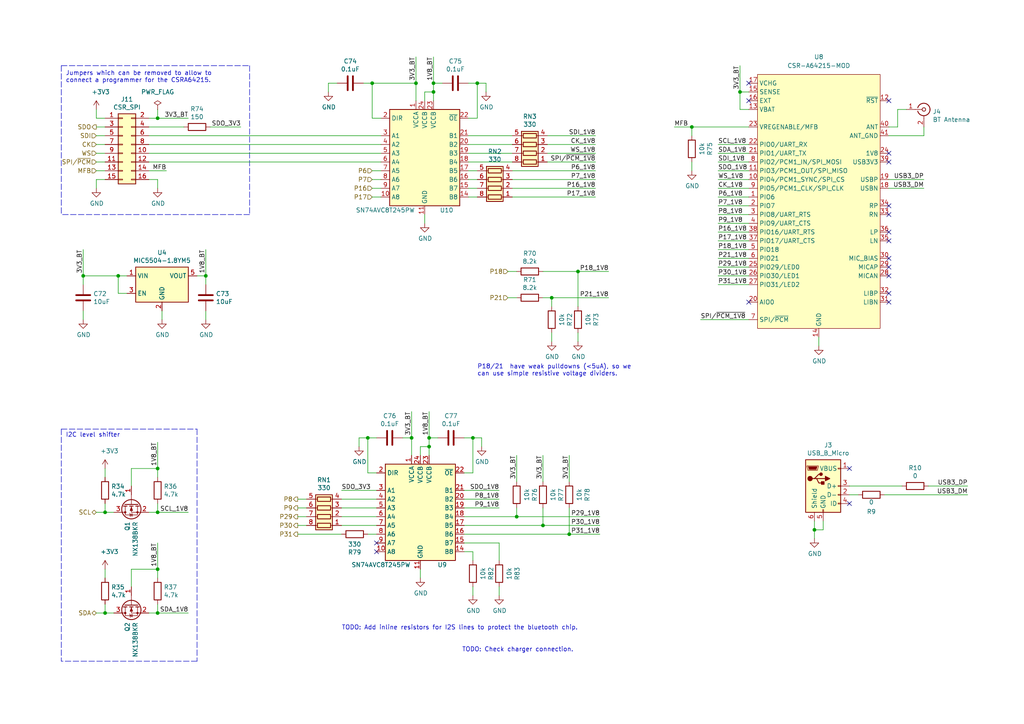
<source format=kicad_sch>
(kicad_sch (version 20201015) (generator eeschema)
  (paper "A4")
  (lib_symbols
    (symbol "Connector:Conn_Coaxial" (pin_names (offset 1.016) hide)
      (property "Reference" "J" (at 0.254 3.048 0))
      (property "Value" "Conn_Coaxial" (at 2.921 0 90))
      (symbol "Conn_Coaxial_0_1"
        (arc (start -1.778 0.508) (end 1.778 0) (radius (at -0.0508 0) (length 1.8034) (angles 163.6 0)) (stroke (width 0.254)))
        (arc (start 1.778 0) (end -1.778 -0.508) (radius (at -0.0254 0) (length 1.8034) (angles 0 -163.8)) (stroke (width 0.254)))
        (circle (center 0 0) (radius 0.508) (stroke (width 0.2032)))
        (polyline (pts (xy -2.54 0) (xy -0.508 0)))
        (polyline (pts (xy 0 -2.54) (xy 0 -1.778)))
      )
      (symbol "Conn_Coaxial_1_1"
        (pin passive line (at -5.08 0 0) (length 2.54) (name "In") (number "1"))
        (pin passive line (at 0 -5.08 90) (length 2.54) (name "Ext") (number "2"))
      )
    )
    (symbol "Connector:USB_B_Micro" (pin_names (offset 1.016))
      (property "Reference" "J" (at -5.08 11.43 0))
      (property "Value" "USB_B_Micro" (at -5.08 8.89 0))
      (symbol "USB_B_Micro_0_1"
        (circle (center -3.81 2.159) (radius 0.635) (stroke (width 0.254)) (fill (type outline)))
        (circle (center -0.635 3.429) (radius 0.381) (stroke (width 0.254)) (fill (type outline)))
        (rectangle (start -5.08 -7.62) (end 5.08 7.62) (stroke (width 0.254)) (fill (type background)))
        (rectangle (start -0.127 -7.62) (end 0.127 -6.858))
        (rectangle (start 0.254 1.27) (end -0.508 0.508) (stroke (width 0.254)) (fill (type outline)))
        (rectangle (start 5.08 -5.207) (end 4.318 -4.953))
        (rectangle (start 5.08 -2.667) (end 4.318 -2.413))
        (rectangle (start 5.08 -0.127) (end 4.318 0.127))
        (rectangle (start 5.08 4.953) (end 4.318 5.207))
        (polyline (pts (xy -1.905 2.159) (xy 0.635 2.159)) (stroke (width 0.254)))
        (polyline (pts (xy -3.175 2.159) (xy -2.54 2.159) (xy -1.27 3.429) (xy -0.635 3.429)) (stroke (width 0.254)))
        (polyline (pts (xy -2.54 2.159) (xy -1.905 2.159) (xy -1.27 0.889) (xy 0 0.889)) (stroke (width 0.254)))
        (polyline (pts (xy 0.635 2.794) (xy 0.635 1.524) (xy 1.905 2.159) (xy 0.635 2.794)) (stroke (width 0.254)) (fill (type outline)))
        (polyline (pts (xy -4.318 5.588) (xy -1.778 5.588) (xy -2.032 4.826) (xy -4.064 4.826) (xy -4.318 5.588)) (fill (type outline)))
        (polyline (pts (xy -4.699 5.842) (xy -4.699 5.588) (xy -4.445 4.826) (xy -4.445 4.572) (xy -1.651 4.572) (xy -1.651 4.826) (xy -1.397 5.588) (xy -1.397 5.842) (xy -4.699 5.842)))
      )
      (symbol "USB_B_Micro_1_1"
        (pin power_out line (at 7.62 5.08 180) (length 2.54) (name "VBUS") (number "1"))
        (pin bidirectional line (at 7.62 -2.54 180) (length 2.54) (name "D-") (number "2"))
        (pin bidirectional line (at 7.62 0 180) (length 2.54) (name "D+") (number "3"))
        (pin passive line (at 7.62 -5.08 180) (length 2.54) (name "ID") (number "4"))
        (pin power_out line (at 0 -10.16 90) (length 2.54) (name "GND") (number "5"))
        (pin passive line (at -2.54 -10.16 90) (length 2.54) (name "Shield") (number "6"))
      )
    )
    (symbol "Connector_Generic:Conn_02x08_Odd_Even" (pin_names (offset 1.016) hide)
      (property "Reference" "J" (at 1.27 10.16 0))
      (property "Value" "Conn_02x08_Odd_Even" (at 1.27 -12.7 0))
      (symbol "Conn_02x08_Odd_Even_1_1"
        (rectangle (start -1.27 -4.953) (end 0 -5.207) (stroke (width 0.1524)))
        (rectangle (start -1.27 -7.493) (end 0 -7.747) (stroke (width 0.1524)))
        (rectangle (start -1.27 -10.033) (end 0 -10.287) (stroke (width 0.1524)))
        (rectangle (start -1.27 -2.413) (end 0 -2.667) (stroke (width 0.1524)))
        (rectangle (start -1.27 2.667) (end 0 2.413) (stroke (width 0.1524)))
        (rectangle (start -1.27 5.207) (end 0 4.953) (stroke (width 0.1524)))
        (rectangle (start -1.27 7.747) (end 0 7.493) (stroke (width 0.1524)))
        (rectangle (start -1.27 8.89) (end 3.81 -11.43) (stroke (width 0.254)) (fill (type background)))
        (rectangle (start -1.27 0.127) (end 0 -0.127) (stroke (width 0.1524)))
        (rectangle (start 3.81 -4.953) (end 2.54 -5.207) (stroke (width 0.1524)))
        (rectangle (start 3.81 -7.493) (end 2.54 -7.747) (stroke (width 0.1524)))
        (rectangle (start 3.81 -10.033) (end 2.54 -10.287) (stroke (width 0.1524)))
        (rectangle (start 3.81 -2.413) (end 2.54 -2.667) (stroke (width 0.1524)))
        (rectangle (start 3.81 2.667) (end 2.54 2.413) (stroke (width 0.1524)))
        (rectangle (start 3.81 5.207) (end 2.54 4.953) (stroke (width 0.1524)))
        (rectangle (start 3.81 7.747) (end 2.54 7.493) (stroke (width 0.1524)))
        (rectangle (start 3.81 0.127) (end 2.54 -0.127) (stroke (width 0.1524)))
        (pin passive line (at -5.08 7.62 0) (length 3.81) (name "Pin_1") (number "1"))
        (pin passive line (at 7.62 -2.54 180) (length 3.81) (name "Pin_10") (number "10"))
        (pin passive line (at -5.08 -5.08 0) (length 3.81) (name "Pin_11") (number "11"))
        (pin passive line (at 7.62 -5.08 180) (length 3.81) (name "Pin_12") (number "12"))
        (pin passive line (at -5.08 -7.62 0) (length 3.81) (name "Pin_13") (number "13"))
        (pin passive line (at 7.62 -7.62 180) (length 3.81) (name "Pin_14") (number "14"))
        (pin passive line (at -5.08 -10.16 0) (length 3.81) (name "Pin_15") (number "15"))
        (pin passive line (at 7.62 -10.16 180) (length 3.81) (name "Pin_16") (number "16"))
        (pin passive line (at 7.62 7.62 180) (length 3.81) (name "Pin_2") (number "2"))
        (pin passive line (at -5.08 5.08 0) (length 3.81) (name "Pin_3") (number "3"))
        (pin passive line (at 7.62 5.08 180) (length 3.81) (name "Pin_4") (number "4"))
        (pin passive line (at -5.08 2.54 0) (length 3.81) (name "Pin_5") (number "5"))
        (pin passive line (at 7.62 2.54 180) (length 3.81) (name "Pin_6") (number "6"))
        (pin passive line (at -5.08 0 0) (length 3.81) (name "Pin_7") (number "7"))
        (pin passive line (at 7.62 0 180) (length 3.81) (name "Pin_8") (number "8"))
        (pin passive line (at -5.08 -2.54 0) (length 3.81) (name "Pin_9") (number "9"))
      )
    )
    (symbol "Device:C" (pin_numbers hide) (pin_names (offset 0.254))
      (property "Reference" "C" (at 0.635 2.54 0))
      (property "Value" "C" (at 0.635 -2.54 0))
      (symbol "C_0_1"
        (polyline (pts (xy -2.032 -0.762) (xy 2.032 -0.762)) (stroke (width 0.508)))
        (polyline (pts (xy -2.032 0.762) (xy 2.032 0.762)) (stroke (width 0.508)))
      )
      (symbol "C_1_1"
        (pin passive line (at 0 3.81 270) (length 2.794) (name "~") (number "1"))
        (pin passive line (at 0 -3.81 90) (length 2.794) (name "~") (number "2"))
      )
    )
    (symbol "Device:R" (pin_numbers hide) (pin_names (offset 0))
      (property "Reference" "R" (at 2.032 0 90))
      (property "Value" "R" (at 0 0 90))
      (symbol "R_0_1"
        (rectangle (start -1.016 -2.54) (end 1.016 2.54) (stroke (width 0.254)))
      )
      (symbol "R_1_1"
        (pin passive line (at 0 3.81 270) (length 1.27) (name "~") (number "1"))
        (pin passive line (at 0 -3.81 90) (length 1.27) (name "~") (number "2"))
      )
    )
    (symbol "Device:R_Pack04" (pin_names (offset 0) hide)
      (property "Reference" "RN" (at -7.62 0 90))
      (property "Value" "R_Pack04" (at 5.08 0 90))
      (symbol "R_Pack04_0_1"
        (rectangle (start -6.35 -2.413) (end 3.81 2.413) (stroke (width 0.254)) (fill (type background)))
        (rectangle (start -5.715 1.905) (end -4.445 -1.905) (stroke (width 0.254)))
        (rectangle (start -3.175 1.905) (end -1.905 -1.905) (stroke (width 0.254)))
        (rectangle (start -0.635 1.905) (end 0.635 -1.905) (stroke (width 0.254)))
        (rectangle (start 1.905 1.905) (end 3.175 -1.905) (stroke (width 0.254)))
        (polyline (pts (xy -5.08 -2.54) (xy -5.08 -1.905)))
        (polyline (pts (xy -5.08 1.905) (xy -5.08 2.54)))
        (polyline (pts (xy -2.54 -2.54) (xy -2.54 -1.905)))
        (polyline (pts (xy -2.54 1.905) (xy -2.54 2.54)))
        (polyline (pts (xy 0 -2.54) (xy 0 -1.905)))
        (polyline (pts (xy 0 1.905) (xy 0 2.54)))
        (polyline (pts (xy 2.54 -2.54) (xy 2.54 -1.905)))
        (polyline (pts (xy 2.54 1.905) (xy 2.54 2.54)))
      )
      (symbol "R_Pack04_1_1"
        (pin passive line (at -5.08 -5.08 90) (length 2.54) (name "R1.1") (number "1"))
        (pin passive line (at -2.54 -5.08 90) (length 2.54) (name "R2.1") (number "2"))
        (pin passive line (at 0 -5.08 90) (length 2.54) (name "R3.1") (number "3"))
        (pin passive line (at 2.54 -5.08 90) (length 2.54) (name "R4.1") (number "4"))
        (pin passive line (at 2.54 5.08 270) (length 2.54) (name "R4.2") (number "5"))
        (pin passive line (at 0 5.08 270) (length 2.54) (name "R3.2") (number "6"))
        (pin passive line (at -2.54 5.08 270) (length 2.54) (name "R2.2") (number "7"))
        (pin passive line (at -5.08 5.08 270) (length 2.54) (name "R1.2") (number "8"))
      )
    )
    (symbol "HackAmp-Symbols:CSR-A64215-MOD"
      (property "Reference" "U" (at -15.24 39.37 0))
      (property "Value" "CSR-A64215-MOD" (at 8.89 39.37 0))
      (symbol "CSR-A64215-MOD_0_1"
        (rectangle (start -17.78 38.1) (end 17.78 -35.56) (fill (type background)))
      )
      (symbol "CSR-A64215-MOD_1_1"
        (pin bidirectional line (at -20.32 2.54 0) (length 2.54) (name "PIO6") (number "1"))
        (pin bidirectional line (at -20.32 0 0) (length 2.54) (name "PIO7") (number "2"))
        (pin bidirectional line (at -20.32 -2.54 0) (length 2.54) (name "PIO8/UART_RTS") (number "3"))
        (pin bidirectional line (at -20.32 -5.08 0) (length 2.54) (name "PIO9/UART_CTS") (number "4"))
        (pin bidirectional line (at -20.32 -12.7 0) (length 2.54) (name "PIO18") (number "5"))
        (pin bidirectional line (at -20.32 -15.24 0) (length 2.54) (name "PIO21") (number "6"))
        (pin input line (at -20.32 -33.02 0) (length 2.54) (name "SPI/~PCM") (number "7"))
        (pin bidirectional line (at -20.32 12.7 0) (length 2.54) (name "PIO2/PCM1_IN/SPI_MOSI") (number "8"))
        (pin bidirectional line (at -20.32 5.08 0) (length 2.54) (name "PIO5/PCM1_CLK/SPI_CLK") (number "9"))
        (pin bidirectional line (at -20.32 7.62 0) (length 2.54) (name "PIO4/PCM1_SYNC/SPI_CS") (number "10"))
        (pin bidirectional line (at -20.32 10.16 0) (length 2.54) (name "PIO3/PCM1_OUT/SPI_MISO") (number "11"))
        (pin input line (at 20.32 30.48 180) (length 2.54) (name "~RST") (number "12"))
        (pin power_in line (at -20.32 27.94 0) (length 2.54) (name "VBAT") (number "13"))
        (pin power_in line (at 0 -38.1 90) (length 2.54) (name "GND") (number "14"))
        (pin bidirectional line (at 20.32 5.08 180) (length 2.54) (name "USBN") (number "18"))
        (pin bidirectional line (at -20.32 22.86 0) (length 2.54) (name "VREGENABLE/MFB") (number "23"))
        (pin power_out line (at 20.32 15.24 180) (length 2.54) (name "1V8") (number "24"))
        (pin output line (at -20.32 -17.78 0) (length 2.54) (name "PIO29/LED0") (number "25"))
        (pin output line (at -20.32 -20.32 0) (length 2.54) (name "PIO30/LED1") (number "26"))
        (pin output line (at -20.32 -22.86 0) (length 2.54) (name "PIO31/LED2") (number "27"))
        (pin bidirectional line (at 20.32 -20.32 180) (length 2.54) (name "MICAN") (number "28"))
        (pin bidirectional line (at 20.32 -17.78 180) (length 2.54) (name "MICAP") (number "29"))
        (pin bidirectional line (at 20.32 -15.24 180) (length 2.54) (name "MIC_BIAS") (number "30"))
        (pin bidirectional line (at 20.32 -27.94 180) (length 2.54) (name "LIBN") (number "31"))
        (pin bidirectional line (at 20.32 -25.4 180) (length 2.54) (name "LIBP") (number "32"))
        (pin bidirectional line (at 20.32 -2.54 180) (length 2.54) (name "RN") (number "33"))
        (pin bidirectional line (at 20.32 0 180) (length 2.54) (name "RP") (number "34"))
        (pin bidirectional line (at 20.32 -10.16 180) (length 2.54) (name "LN") (number "35"))
        (pin bidirectional line (at 20.32 -7.62 180) (length 2.54) (name "LP") (number "36"))
        (pin bidirectional line (at -20.32 -10.16 0) (length 2.54) (name "PIO17/UART_CTS") (number "37"))
        (pin bidirectional line (at -20.32 -7.62 0) (length 2.54) (name "PIO16/UART_RTS") (number "38"))
        (pin power_out line (at 20.32 12.7 180) (length 2.54) (name "USB3V3") (number "39"))
        (pin passive line (at 20.32 22.86 180) (length 2.54) (name "ANT") (number "40"))
        (pin passive line (at 20.32 20.32 180) (length 2.54) (name "ANT_GND") (number "41"))
        (pin power_in line (at -20.32 35.56 0) (length 2.54) (name "VCHG") (number "17"))
        (pin output line (at -20.32 30.48 0) (length 2.54) (name "EXT") (number "16"))
        (pin input line (at -20.32 33.02 0) (length 2.54) (name "SENSE") (number "15"))
        (pin bidirectional line (at 20.32 7.62 180) (length 2.54) (name "USBP") (number "19"))
        (pin power_in line (at -20.32 -27.94 0) (length 2.54) (name "AIO0") (number "20"))
        (pin bidirectional line (at -20.32 15.24 0) (length 2.54) (name "PIO1/UART_TX") (number "21"))
        (pin bidirectional line (at -20.32 17.78 0) (length 2.54) (name "PIO0/UART_RX") (number "22"))
      )
    )
    (symbol "Logic_LevelTranslator:SN74AVC8T245PW"
      (property "Reference" "U" (at -8.89 13.97 0))
      (property "Value" "SN74AVC8T245PW" (at 12.7 13.97 0))
      (symbol "SN74AVC8T245PW_0_1"
        (rectangle (start -10.16 12.7) (end 10.16 -15.24) (stroke (width 0.254)) (fill (type background)))
      )
      (symbol "SN74AVC8T245PW_1_1"
        (pin power_in line (at -2.54 15.24 270) (length 2.54) (name "VCCA") (number "1"))
        (pin bidirectional line (at -12.7 -12.7 0) (length 2.54) (name "A8") (number "10"))
        (pin power_in line (at 0 -17.78 90) (length 2.54) (name "GND") (number "11"))
        (pin passive line (at 0 -17.78 90) (length 2.54) hide (name "GND") (number "12"))
        (pin passive line (at 0 -17.78 90) (length 2.54) hide (name "GND") (number "13"))
        (pin bidirectional line (at 12.7 -12.7 180) (length 2.54) (name "B8") (number "14"))
        (pin bidirectional line (at 12.7 -10.16 180) (length 2.54) (name "B7") (number "15"))
        (pin bidirectional line (at 12.7 -7.62 180) (length 2.54) (name "B6") (number "16"))
        (pin bidirectional line (at 12.7 -5.08 180) (length 2.54) (name "B5") (number "17"))
        (pin bidirectional line (at 12.7 -2.54 180) (length 2.54) (name "B4") (number "18"))
        (pin bidirectional line (at 12.7 0 180) (length 2.54) (name "B3") (number "19"))
        (pin input line (at -12.7 10.16 0) (length 2.54) (name "DIR") (number "2"))
        (pin bidirectional line (at 12.7 2.54 180) (length 2.54) (name "B2") (number "20"))
        (pin bidirectional line (at 12.7 5.08 180) (length 2.54) (name "B1") (number "21"))
        (pin input line (at 12.7 10.16 180) (length 2.54) (name "~OE") (number "22"))
        (pin power_in line (at 2.54 15.24 270) (length 2.54) (name "VCCB") (number "23"))
        (pin power_in line (at 0 15.24 270) (length 2.54) (name "VCCB") (number "24"))
        (pin bidirectional line (at -12.7 5.08 0) (length 2.54) (name "A1") (number "3"))
        (pin bidirectional line (at -12.7 2.54 0) (length 2.54) (name "A2") (number "4"))
        (pin bidirectional line (at -12.7 0 0) (length 2.54) (name "A3") (number "5"))
        (pin bidirectional line (at -12.7 -2.54 0) (length 2.54) (name "A4") (number "6"))
        (pin bidirectional line (at -12.7 -5.08 0) (length 2.54) (name "A5") (number "7"))
        (pin bidirectional line (at -12.7 -7.62 0) (length 2.54) (name "A6") (number "8"))
        (pin bidirectional line (at -12.7 -10.16 0) (length 2.54) (name "A7") (number "9"))
      )
    )
    (symbol "Regulator_Linear:MIC5504-1.8YM5"
      (property "Reference" "U" (at -7.62 8.89 0))
      (property "Value" "MIC5504-1.8YM5" (at -7.62 6.35 0))
      (symbol "MIC5504-1.8YM5_0_1"
        (rectangle (start -7.62 -5.08) (end 7.62 5.08) (stroke (width 0.254)) (fill (type background)))
      )
      (symbol "MIC5504-1.8YM5_1_1"
        (pin power_in line (at -10.16 2.54 0) (length 2.54) (name "VIN") (number "1"))
        (pin power_in line (at 0 -7.62 90) (length 2.54) (name "GND") (number "2"))
        (pin input line (at -10.16 -2.54 0) (length 2.54) (name "EN") (number "3"))
        (pin unconnected line (at 7.62 -2.54 180) (length 2.54) hide (name "NC") (number "4"))
        (pin power_out line (at 10.16 2.54 180) (length 2.54) (name "VOUT") (number "5"))
      )
    )
    (symbol "Transistor_FET:BSS138" (pin_names hide)
      (property "Reference" "Q" (at 5.08 1.905 0))
      (property "Value" "BSS138" (at 5.08 0 0))
      (symbol "BSS138_0_1"
        (circle (center 1.651 0) (radius 2.794) (stroke (width 0.254)))
        (circle (center 2.54 -1.778) (radius 0.254) (fill (type outline)))
        (circle (center 2.54 1.778) (radius 0.254) (fill (type outline)))
        (polyline (pts (xy 0.254 0) (xy -2.54 0)))
        (polyline (pts (xy 0.254 1.905) (xy 0.254 -1.905)) (stroke (width 0.254)))
        (polyline (pts (xy 0.762 -1.27) (xy 0.762 -2.286)) (stroke (width 0.254)))
        (polyline (pts (xy 0.762 0.508) (xy 0.762 -0.508)) (stroke (width 0.254)))
        (polyline (pts (xy 0.762 2.286) (xy 0.762 1.27)) (stroke (width 0.254)))
        (polyline (pts (xy 2.54 2.54) (xy 2.54 1.778)))
        (polyline (pts (xy 2.54 -2.54) (xy 2.54 0) (xy 0.762 0)))
        (polyline (pts (xy 0.762 -1.778) (xy 3.302 -1.778) (xy 3.302 1.778) (xy 0.762 1.778)))
        (polyline (pts (xy 1.016 0) (xy 2.032 0.381) (xy 2.032 -0.381) (xy 1.016 0)) (fill (type outline)))
        (polyline (pts (xy 2.794 0.508) (xy 2.921 0.381) (xy 3.683 0.381) (xy 3.81 0.254)))
        (polyline (pts (xy 3.302 0.381) (xy 2.921 -0.254) (xy 3.683 -0.254) (xy 3.302 0.381)))
      )
      (symbol "BSS138_1_1"
        (pin input line (at -5.08 0 0) (length 2.54) (name "G") (number "1"))
        (pin passive line (at 2.54 -5.08 90) (length 2.54) (name "S") (number "2"))
        (pin passive line (at 2.54 5.08 270) (length 2.54) (name "D") (number "3"))
      )
    )
    (symbol "Transistor_FET:BSS138_1" (pin_names hide)
      (property "Reference" "Q" (at 5.08 1.905 0))
      (property "Value" "BSS138" (at 5.08 0 0))
      (symbol "BSS138_1_0_1"
        (circle (center 1.651 0) (radius 2.794) (stroke (width 0.254)))
        (circle (center 2.54 -1.778) (radius 0.254) (fill (type outline)))
        (circle (center 2.54 1.778) (radius 0.254) (fill (type outline)))
        (polyline (pts (xy 0.254 0) (xy -2.54 0)))
        (polyline (pts (xy 0.254 1.905) (xy 0.254 -1.905)) (stroke (width 0.254)))
        (polyline (pts (xy 0.762 -1.27) (xy 0.762 -2.286)) (stroke (width 0.254)))
        (polyline (pts (xy 0.762 0.508) (xy 0.762 -0.508)) (stroke (width 0.254)))
        (polyline (pts (xy 0.762 2.286) (xy 0.762 1.27)) (stroke (width 0.254)))
        (polyline (pts (xy 2.54 2.54) (xy 2.54 1.778)))
        (polyline (pts (xy 2.54 -2.54) (xy 2.54 0) (xy 0.762 0)))
        (polyline (pts (xy 0.762 -1.778) (xy 3.302 -1.778) (xy 3.302 1.778) (xy 0.762 1.778)))
        (polyline (pts (xy 1.016 0) (xy 2.032 0.381) (xy 2.032 -0.381) (xy 1.016 0)) (fill (type outline)))
        (polyline (pts (xy 2.794 0.508) (xy 2.921 0.381) (xy 3.683 0.381) (xy 3.81 0.254)))
        (polyline (pts (xy 3.302 0.381) (xy 2.921 -0.254) (xy 3.683 -0.254) (xy 3.302 0.381)))
      )
      (symbol "BSS138_1_1_1"
        (pin input line (at -5.08 0 0) (length 2.54) (name "G") (number "1"))
        (pin passive line (at 2.54 -5.08 90) (length 2.54) (name "S") (number "2"))
        (pin passive line (at 2.54 5.08 270) (length 2.54) (name "D") (number "3"))
      )
    )
    (symbol "power:+3V3" (power) (pin_names (offset 0))
      (property "Value" "+3V3" (at 0 3.556 0))
      (symbol "+3V3_0_1"
        (polyline (pts (xy -0.762 1.27) (xy 0 2.54)))
        (polyline (pts (xy 0 0) (xy 0 2.54)))
        (polyline (pts (xy 0 2.54) (xy 0.762 1.27)))
      )
      (symbol "+3V3_1_1"
        (pin power_in line (at 0 0 90) (length 0) hide (name "+3V3") (number "1"))
      )
    )
    (symbol "power:GND" (power) (pin_names (offset 0))
      (property "Value" "GND" (at 0 -3.81 0))
      (symbol "GND_0_1"
        (polyline (pts (xy 0 0) (xy 0 -1.27) (xy 1.27 -1.27) (xy 0 -2.54) (xy -1.27 -1.27) (xy 0 -1.27)))
      )
      (symbol "GND_1_1"
        (pin power_in line (at 0 0 270) (length 0) hide (name "GND") (number "1"))
      )
    )
    (symbol "power:PWR_FLAG" (power) (pin_numbers hide) (pin_names (offset 0) hide)
      (property "Value" "PWR_FLAG" (at 0 3.81 0))
      (symbol "PWR_FLAG_0_0"
        (pin power_out line (at 0 0 90) (length 0) (name "pwr") (number "1"))
      )
      (symbol "PWR_FLAG_0_1"
        (polyline (pts (xy 0 0) (xy 0 1.27) (xy -1.016 1.905) (xy 0 2.54) (xy 1.016 1.905) (xy 0 1.27)))
      )
    )
  )
  (junction (at 24.13 80.01) (diameter 0.9144))
  (junction (at 30.48 148.59) (diameter 0.9144))
  (junction (at 30.48 177.8) (diameter 0.9144))
  (junction (at 34.29 80.01) (diameter 0.9144))
  (junction (at 45.72 34.29) (diameter 0.9144))
  (junction (at 45.72 135.89) (diameter 0.9144))
  (junction (at 45.72 148.59) (diameter 0.9144))
  (junction (at 45.72 165.1) (diameter 0.9144))
  (junction (at 45.72 177.8) (diameter 0.9144))
  (junction (at 59.69 80.01) (diameter 0.9144))
  (junction (at 106.68 127) (diameter 0.9144))
  (junction (at 107.95 24.13) (diameter 0.9144))
  (junction (at 119.38 127) (diameter 0.9144))
  (junction (at 120.65 24.13) (diameter 0.9144))
  (junction (at 124.46 127) (diameter 0.9144))
  (junction (at 124.46 129.54) (diameter 0.9144))
  (junction (at 125.73 24.13) (diameter 0.9144))
  (junction (at 125.73 26.67) (diameter 0.9144))
  (junction (at 137.16 127) (diameter 0.9144))
  (junction (at 138.43 24.13) (diameter 0.9144))
  (junction (at 149.86 149.86) (diameter 0.9144))
  (junction (at 157.48 152.4) (diameter 0.9144))
  (junction (at 160.02 86.36) (diameter 0.9144))
  (junction (at 165.1 154.94) (diameter 0.9144))
  (junction (at 167.64 78.74) (diameter 0.9144))
  (junction (at 200.66 36.83) (diameter 0.9144))
  (junction (at 214.63 26.67) (diameter 0.9144))
  (junction (at 236.22 153.67) (diameter 0.9144))
  (no_connect (at 109.22 157.48))
  (no_connect (at 109.22 160.02))
  (no_connect (at 217.17 24.13))
  (no_connect (at 217.17 29.21))
  (no_connect (at 217.17 87.63))
  (no_connect (at 246.38 135.89))
  (no_connect (at 246.38 146.05))
  (no_connect (at 257.81 29.21))
  (no_connect (at 257.81 44.45))
  (no_connect (at 257.81 46.99))
  (no_connect (at 257.81 59.69))
  (no_connect (at 257.81 62.23))
  (no_connect (at 257.81 67.31))
  (no_connect (at 257.81 69.85))
  (no_connect (at 257.81 74.93))
  (no_connect (at 257.81 77.47))
  (no_connect (at 257.81 80.01))
  (no_connect (at 257.81 85.09))
  (no_connect (at 257.81 87.63))
  (wire (pts (xy 24.13 72.39) (xy 24.13 80.01)))
  (wire (pts (xy 24.13 80.01) (xy 24.13 82.55)))
  (wire (pts (xy 24.13 90.17) (xy 24.13 92.71)))
  (wire (pts (xy 27.94 34.29) (xy 27.94 31.75)))
  (wire (pts (xy 27.94 36.83) (xy 30.48 36.83)))
  (wire (pts (xy 27.94 39.37) (xy 30.48 39.37)))
  (wire (pts (xy 27.94 41.91) (xy 30.48 41.91)))
  (wire (pts (xy 27.94 44.45) (xy 30.48 44.45)))
  (wire (pts (xy 27.94 46.99) (xy 30.48 46.99)))
  (wire (pts (xy 27.94 49.53) (xy 30.48 49.53)))
  (wire (pts (xy 27.94 52.07) (xy 27.94 54.61)))
  (wire (pts (xy 27.94 148.59) (xy 30.48 148.59)))
  (wire (pts (xy 27.94 177.8) (xy 30.48 177.8)))
  (wire (pts (xy 30.48 34.29) (xy 27.94 34.29)))
  (wire (pts (xy 30.48 52.07) (xy 27.94 52.07)))
  (wire (pts (xy 30.48 135.89) (xy 30.48 138.43)))
  (wire (pts (xy 30.48 146.05) (xy 30.48 148.59)))
  (wire (pts (xy 30.48 148.59) (xy 33.02 148.59)))
  (wire (pts (xy 30.48 165.1) (xy 30.48 167.64)))
  (wire (pts (xy 30.48 175.26) (xy 30.48 177.8)))
  (wire (pts (xy 30.48 177.8) (xy 33.02 177.8)))
  (wire (pts (xy 34.29 80.01) (xy 24.13 80.01)))
  (wire (pts (xy 34.29 80.01) (xy 36.83 80.01)))
  (wire (pts (xy 34.29 85.09) (xy 34.29 80.01)))
  (wire (pts (xy 36.83 85.09) (xy 34.29 85.09)))
  (wire (pts (xy 38.1 135.89) (xy 38.1 140.97)))
  (wire (pts (xy 38.1 165.1) (xy 38.1 170.18)))
  (wire (pts (xy 43.18 34.29) (xy 45.72 34.29)))
  (wire (pts (xy 43.18 36.83) (xy 53.34 36.83)))
  (wire (pts (xy 43.18 39.37) (xy 110.49 39.37)))
  (wire (pts (xy 43.18 41.91) (xy 110.49 41.91)))
  (wire (pts (xy 43.18 44.45) (xy 110.49 44.45)))
  (wire (pts (xy 43.18 46.99) (xy 110.49 46.99)))
  (wire (pts (xy 43.18 49.53) (xy 48.26 49.53)))
  (wire (pts (xy 43.18 52.07) (xy 45.72 52.07)))
  (wire (pts (xy 45.72 31.75) (xy 45.72 34.29)))
  (wire (pts (xy 45.72 34.29) (xy 54.61 34.29)))
  (wire (pts (xy 45.72 52.07) (xy 45.72 54.61)))
  (wire (pts (xy 45.72 128.27) (xy 45.72 135.89)))
  (wire (pts (xy 45.72 135.89) (xy 38.1 135.89)))
  (wire (pts (xy 45.72 135.89) (xy 45.72 138.43)))
  (wire (pts (xy 45.72 146.05) (xy 45.72 148.59)))
  (wire (pts (xy 45.72 148.59) (xy 43.18 148.59)))
  (wire (pts (xy 45.72 148.59) (xy 54.61 148.59)))
  (wire (pts (xy 45.72 157.48) (xy 45.72 165.1)))
  (wire (pts (xy 45.72 165.1) (xy 38.1 165.1)))
  (wire (pts (xy 45.72 165.1) (xy 45.72 167.64)))
  (wire (pts (xy 45.72 175.26) (xy 45.72 177.8)))
  (wire (pts (xy 45.72 177.8) (xy 43.18 177.8)))
  (wire (pts (xy 45.72 177.8) (xy 54.61 177.8)))
  (wire (pts (xy 46.99 90.17) (xy 46.99 92.71)))
  (wire (pts (xy 57.15 80.01) (xy 59.69 80.01)))
  (wire (pts (xy 59.69 72.39) (xy 59.69 80.01)))
  (wire (pts (xy 59.69 80.01) (xy 59.69 82.55)))
  (wire (pts (xy 59.69 90.17) (xy 59.69 92.71)))
  (wire (pts (xy 60.96 36.83) (xy 69.85 36.83)))
  (wire (pts (xy 86.36 144.78) (xy 88.9 144.78)))
  (wire (pts (xy 86.36 147.32) (xy 88.9 147.32)))
  (wire (pts (xy 86.36 149.86) (xy 88.9 149.86)))
  (wire (pts (xy 86.36 152.4) (xy 88.9 152.4)))
  (wire (pts (xy 86.36 154.94) (xy 99.06 154.94)))
  (wire (pts (xy 95.25 24.13) (xy 95.25 26.67)))
  (wire (pts (xy 97.79 24.13) (xy 95.25 24.13)))
  (wire (pts (xy 99.06 142.24) (xy 109.22 142.24)))
  (wire (pts (xy 99.06 144.78) (xy 109.22 144.78)))
  (wire (pts (xy 99.06 147.32) (xy 109.22 147.32)))
  (wire (pts (xy 99.06 149.86) (xy 109.22 149.86)))
  (wire (pts (xy 99.06 152.4) (xy 109.22 152.4)))
  (wire (pts (xy 104.14 127) (xy 104.14 129.54)))
  (wire (pts (xy 105.41 24.13) (xy 107.95 24.13)))
  (wire (pts (xy 106.68 127) (xy 104.14 127)))
  (wire (pts (xy 106.68 137.16) (xy 106.68 127)))
  (wire (pts (xy 106.68 154.94) (xy 109.22 154.94)))
  (wire (pts (xy 107.95 24.13) (xy 120.65 24.13)))
  (wire (pts (xy 107.95 34.29) (xy 107.95 24.13)))
  (wire (pts (xy 107.95 49.53) (xy 110.49 49.53)))
  (wire (pts (xy 107.95 52.07) (xy 110.49 52.07)))
  (wire (pts (xy 107.95 54.61) (xy 110.49 54.61)))
  (wire (pts (xy 107.95 57.15) (xy 110.49 57.15)))
  (wire (pts (xy 109.22 127) (xy 106.68 127)))
  (wire (pts (xy 109.22 137.16) (xy 106.68 137.16)))
  (wire (pts (xy 110.49 34.29) (xy 107.95 34.29)))
  (wire (pts (xy 116.84 127) (xy 119.38 127)))
  (wire (pts (xy 119.38 119.38) (xy 119.38 127)))
  (wire (pts (xy 119.38 127) (xy 119.38 132.08)))
  (wire (pts (xy 120.65 16.51) (xy 120.65 24.13)))
  (wire (pts (xy 120.65 24.13) (xy 120.65 29.21)))
  (wire (pts (xy 121.92 129.54) (xy 124.46 129.54)))
  (wire (pts (xy 121.92 132.08) (xy 121.92 129.54)))
  (wire (pts (xy 121.92 165.1) (xy 121.92 167.64)))
  (wire (pts (xy 123.19 26.67) (xy 125.73 26.67)))
  (wire (pts (xy 123.19 29.21) (xy 123.19 26.67)))
  (wire (pts (xy 123.19 62.23) (xy 123.19 64.77)))
  (wire (pts (xy 124.46 119.38) (xy 124.46 127)))
  (wire (pts (xy 124.46 127) (xy 124.46 129.54)))
  (wire (pts (xy 124.46 127) (xy 127 127)))
  (wire (pts (xy 124.46 129.54) (xy 124.46 132.08)))
  (wire (pts (xy 125.73 16.51) (xy 125.73 24.13)))
  (wire (pts (xy 125.73 24.13) (xy 125.73 26.67)))
  (wire (pts (xy 125.73 24.13) (xy 128.27 24.13)))
  (wire (pts (xy 125.73 26.67) (xy 125.73 29.21)))
  (wire (pts (xy 134.62 127) (xy 137.16 127)))
  (wire (pts (xy 134.62 137.16) (xy 137.16 137.16)))
  (wire (pts (xy 134.62 142.24) (xy 144.78 142.24)))
  (wire (pts (xy 134.62 144.78) (xy 144.78 144.78)))
  (wire (pts (xy 134.62 147.32) (xy 144.78 147.32)))
  (wire (pts (xy 134.62 149.86) (xy 149.86 149.86)))
  (wire (pts (xy 134.62 152.4) (xy 157.48 152.4)))
  (wire (pts (xy 134.62 154.94) (xy 165.1 154.94)))
  (wire (pts (xy 134.62 160.02) (xy 137.16 160.02)))
  (wire (pts (xy 135.89 24.13) (xy 138.43 24.13)))
  (wire (pts (xy 135.89 34.29) (xy 138.43 34.29)))
  (wire (pts (xy 135.89 39.37) (xy 148.59 39.37)))
  (wire (pts (xy 135.89 41.91) (xy 148.59 41.91)))
  (wire (pts (xy 135.89 44.45) (xy 148.59 44.45)))
  (wire (pts (xy 135.89 46.99) (xy 148.59 46.99)))
  (wire (pts (xy 135.89 49.53) (xy 138.43 49.53)))
  (wire (pts (xy 135.89 52.07) (xy 138.43 52.07)))
  (wire (pts (xy 135.89 54.61) (xy 138.43 54.61)))
  (wire (pts (xy 135.89 57.15) (xy 138.43 57.15)))
  (wire (pts (xy 137.16 127) (xy 139.7 127)))
  (wire (pts (xy 137.16 137.16) (xy 137.16 127)))
  (wire (pts (xy 137.16 160.02) (xy 137.16 162.56)))
  (wire (pts (xy 137.16 170.18) (xy 137.16 172.72)))
  (wire (pts (xy 138.43 24.13) (xy 140.97 24.13)))
  (wire (pts (xy 138.43 34.29) (xy 138.43 24.13)))
  (wire (pts (xy 139.7 127) (xy 139.7 129.54)))
  (wire (pts (xy 140.97 24.13) (xy 140.97 26.67)))
  (wire (pts (xy 144.78 157.48) (xy 134.62 157.48)))
  (wire (pts (xy 144.78 162.56) (xy 144.78 157.48)))
  (wire (pts (xy 144.78 170.18) (xy 144.78 172.72)))
  (wire (pts (xy 147.32 78.74) (xy 149.86 78.74)))
  (wire (pts (xy 147.32 86.36) (xy 149.86 86.36)))
  (wire (pts (xy 148.59 49.53) (xy 172.72 49.53)))
  (wire (pts (xy 148.59 52.07) (xy 172.72 52.07)))
  (wire (pts (xy 148.59 54.61) (xy 172.72 54.61)))
  (wire (pts (xy 148.59 57.15) (xy 172.72 57.15)))
  (wire (pts (xy 149.86 132.08) (xy 149.86 139.7)))
  (wire (pts (xy 149.86 149.86) (xy 149.86 147.32)))
  (wire (pts (xy 149.86 149.86) (xy 173.99 149.86)))
  (wire (pts (xy 157.48 78.74) (xy 167.64 78.74)))
  (wire (pts (xy 157.48 86.36) (xy 160.02 86.36)))
  (wire (pts (xy 157.48 132.08) (xy 157.48 139.7)))
  (wire (pts (xy 157.48 152.4) (xy 157.48 147.32)))
  (wire (pts (xy 157.48 152.4) (xy 173.99 152.4)))
  (wire (pts (xy 158.75 39.37) (xy 172.72 39.37)))
  (wire (pts (xy 158.75 41.91) (xy 172.72 41.91)))
  (wire (pts (xy 158.75 44.45) (xy 172.72 44.45)))
  (wire (pts (xy 158.75 46.99) (xy 172.72 46.99)))
  (wire (pts (xy 160.02 86.36) (xy 160.02 88.9)))
  (wire (pts (xy 160.02 86.36) (xy 176.53 86.36)))
  (wire (pts (xy 160.02 96.52) (xy 160.02 99.06)))
  (wire (pts (xy 165.1 132.08) (xy 165.1 139.7)))
  (wire (pts (xy 165.1 154.94) (xy 165.1 147.32)))
  (wire (pts (xy 165.1 154.94) (xy 173.99 154.94)))
  (wire (pts (xy 167.64 78.74) (xy 167.64 88.9)))
  (wire (pts (xy 167.64 78.74) (xy 176.53 78.74)))
  (wire (pts (xy 167.64 96.52) (xy 167.64 99.06)))
  (wire (pts (xy 195.58 36.83) (xy 200.66 36.83)))
  (wire (pts (xy 200.66 36.83) (xy 200.66 39.37)))
  (wire (pts (xy 200.66 46.99) (xy 200.66 49.53)))
  (wire (pts (xy 203.2 92.71) (xy 217.17 92.71)))
  (wire (pts (xy 208.28 41.91) (xy 217.17 41.91)))
  (wire (pts (xy 208.28 44.45) (xy 217.17 44.45)))
  (wire (pts (xy 208.28 46.99) (xy 217.17 46.99)))
  (wire (pts (xy 208.28 49.53) (xy 217.17 49.53)))
  (wire (pts (xy 208.28 52.07) (xy 217.17 52.07)))
  (wire (pts (xy 208.28 54.61) (xy 217.17 54.61)))
  (wire (pts (xy 208.28 57.15) (xy 217.17 57.15)))
  (wire (pts (xy 208.28 59.69) (xy 217.17 59.69)))
  (wire (pts (xy 208.28 62.23) (xy 217.17 62.23)))
  (wire (pts (xy 208.28 64.77) (xy 217.17 64.77)))
  (wire (pts (xy 208.28 67.31) (xy 217.17 67.31)))
  (wire (pts (xy 208.28 69.85) (xy 217.17 69.85)))
  (wire (pts (xy 208.28 72.39) (xy 217.17 72.39)))
  (wire (pts (xy 208.28 74.93) (xy 217.17 74.93)))
  (wire (pts (xy 208.28 77.47) (xy 217.17 77.47)))
  (wire (pts (xy 208.28 80.01) (xy 217.17 80.01)))
  (wire (pts (xy 208.28 82.55) (xy 217.17 82.55)))
  (wire (pts (xy 214.63 19.05) (xy 214.63 26.67)))
  (wire (pts (xy 214.63 26.67) (xy 214.63 31.75)))
  (wire (pts (xy 214.63 26.67) (xy 217.17 26.67)))
  (wire (pts (xy 214.63 31.75) (xy 217.17 31.75)))
  (wire (pts (xy 217.17 36.83) (xy 200.66 36.83)))
  (wire (pts (xy 236.22 151.13) (xy 236.22 153.67)))
  (wire (pts (xy 236.22 153.67) (xy 236.22 156.21)))
  (wire (pts (xy 237.49 97.79) (xy 237.49 100.33)))
  (wire (pts (xy 238.76 151.13) (xy 238.76 153.67)))
  (wire (pts (xy 238.76 153.67) (xy 236.22 153.67)))
  (wire (pts (xy 246.38 143.51) (xy 248.92 143.51)))
  (wire (pts (xy 256.54 143.51) (xy 280.67 143.51)))
  (wire (pts (xy 257.81 36.83) (xy 260.35 36.83)))
  (wire (pts (xy 257.81 52.07) (xy 267.97 52.07)))
  (wire (pts (xy 257.81 54.61) (xy 267.97 54.61)))
  (wire (pts (xy 260.35 31.75) (xy 262.89 31.75)))
  (wire (pts (xy 260.35 36.83) (xy 260.35 31.75)))
  (wire (pts (xy 261.62 140.97) (xy 246.38 140.97)))
  (wire (pts (xy 267.97 36.83) (xy 267.97 39.37)))
  (wire (pts (xy 267.97 39.37) (xy 257.81 39.37)))
  (wire (pts (xy 269.24 140.97) (xy 280.67 140.97)))
  (polyline (pts (xy 17.78 19.05) (xy 17.78 62.23)) (stroke (width 0) (type dash)))
  (polyline (pts (xy 17.78 19.05) (xy 72.39 19.05)) (stroke (width 0) (type dash)))
  (polyline (pts (xy 17.78 124.46) (xy 17.78 191.77)) (stroke (width 0) (type dash)))
  (polyline (pts (xy 17.78 124.46) (xy 57.15 124.46)) (stroke (width 0) (type dash)))
  (polyline (pts (xy 57.15 124.46) (xy 57.15 191.77)) (stroke (width 0) (type dash)))
  (polyline (pts (xy 57.15 191.77) (xy 17.78 191.77)) (stroke (width 0) (type dash)))
  (polyline (pts (xy 72.39 19.05) (xy 72.39 62.23)) (stroke (width 0) (type dash)))
  (polyline (pts (xy 72.39 62.23) (xy 17.78 62.23)) (stroke (width 0) (type dash)))
  (text "Jumpers which can be removed to allow to\nconnect a programmer for the CSRA64215." (at 19.05 24.13 0) (effects (font (size 1.27 1.27)) (justify left bottom)))
  (text "I2C level shifter" (at 19.05 127 0) (effects (font (size 1.27 1.27)) (justify left bottom)))
  (text "P18/21  have weak pulldowns (<5uA), so we\ncan use simple resistive voltage dividers." (at 138.43 109.22 0) (effects (font (size 1.27 1.27)) (justify left bottom)))
  (text "TODO: Check charger connection." (at 166.37 189.23 180) (effects (font (size 1.27 1.27)) (justify right bottom)))
  (text "TODO: Add inline resistors for I2S lines to protect the bluetooth chip." (at 167.64 182.88 0) (effects (font (size 1.27 1.27)) (justify right bottom)))
  (label "3V3_BT" (at 24.13 72.39 270))
  (label "1V8_BT" (at 45.72 128.27 270))
  (label "1V8_BT" (at 45.72 157.48 270))
  (label "MFB" (at 48.26 49.53 180))
  (label "3V3_BT" (at 54.61 34.29 180))
  (label "SCL_1V8" (at 54.61 148.59 180))
  (label "SDA_1V8" (at 54.61 177.8 180))
  (label "1V8_BT" (at 59.69 72.39 270))
  (label "SDO_3V3" (at 69.85 36.83 180))
  (label "SDO_3V3" (at 99.06 142.24 0))
  (label "3V3_BT" (at 119.38 119.38 270))
  (label "3V3_BT" (at 120.65 16.51 270))
  (label "1V8_BT" (at 124.46 119.38 270))
  (label "1V8_BT" (at 125.73 16.51 270))
  (label "SDO_1V8" (at 144.78 142.24 180))
  (label "P8_1V8" (at 144.78 144.78 180))
  (label "P9_1V8" (at 144.78 147.32 180))
  (label "3V3_BT" (at 149.86 132.08 270))
  (label "3V3_BT" (at 157.48 132.08 270))
  (label "3V3_BT" (at 165.1 132.08 270))
  (label "SDI_1V8" (at 172.72 39.37 180))
  (label "CK_1V8" (at 172.72 41.91 180))
  (label "WS_1V8" (at 172.72 44.45 180))
  (label "SPI{slash}~PCM_1V8" (at 172.72 46.99 180))
  (label "P6_1V8" (at 172.72 49.53 180))
  (label "P7_1V8" (at 172.72 52.07 180))
  (label "P16_1V8" (at 172.72 54.61 180))
  (label "P17_1V8" (at 172.72 57.15 180))
  (label "P29_1V8" (at 173.99 149.86 180))
  (label "P30_1V8" (at 173.99 152.4 180))
  (label "P31_1V8" (at 173.99 154.94 180))
  (label "P18_1V8" (at 176.53 78.74 180))
  (label "P21_1V8" (at 176.53 86.36 180))
  (label "MFB" (at 195.58 36.83 0))
  (label "SPI{slash}~PCM_1V8" (at 203.2 92.71 0))
  (label "SCL_1V8" (at 208.28 41.91 0))
  (label "SDA_1V8" (at 208.28 44.45 0))
  (label "SDI_1V8" (at 208.28 46.99 0))
  (label "SDO_1V8" (at 208.28 49.53 0))
  (label "WS_1V8" (at 208.28 52.07 0))
  (label "CK_1V8" (at 208.28 54.61 0))
  (label "P6_1V8" (at 208.28 57.15 0))
  (label "P7_1V8" (at 208.28 59.69 0))
  (label "P8_1V8" (at 208.28 62.23 0))
  (label "P9_1V8" (at 208.28 64.77 0))
  (label "P16_1V8" (at 208.28 67.31 0))
  (label "P17_1V8" (at 208.28 69.85 0))
  (label "P18_1V8" (at 208.28 72.39 0))
  (label "P21_1V8" (at 208.28 74.93 0))
  (label "P29_1V8" (at 208.28 77.47 0))
  (label "P30_1V8" (at 208.28 80.01 0))
  (label "P31_1V8" (at 208.28 82.55 0))
  (label "3V3_BT" (at 214.63 19.05 270))
  (label "USB3_DP" (at 267.97 52.07 180))
  (label "USB3_DM" (at 267.97 54.61 180))
  (label "USB3_DP" (at 280.67 140.97 180))
  (label "USB3_DM" (at 280.67 143.51 180))
  (hierarchical_label "SDO" (shape output) (at 27.94 36.83 180))
  (hierarchical_label "SDI" (shape input) (at 27.94 39.37 180))
  (hierarchical_label "CK" (shape input) (at 27.94 41.91 180))
  (hierarchical_label "WS" (shape input) (at 27.94 44.45 180))
  (hierarchical_label "SPI{slash}~PCM" (shape input) (at 27.94 46.99 180))
  (hierarchical_label "MFB" (shape input) (at 27.94 49.53 180))
  (hierarchical_label "SCL" (shape bidirectional) (at 27.94 148.59 180))
  (hierarchical_label "SDA" (shape bidirectional) (at 27.94 177.8 180))
  (hierarchical_label "P8" (shape output) (at 86.36 144.78 180))
  (hierarchical_label "P9" (shape output) (at 86.36 147.32 180))
  (hierarchical_label "P29" (shape output) (at 86.36 149.86 180))
  (hierarchical_label "P30" (shape output) (at 86.36 152.4 180))
  (hierarchical_label "P31" (shape output) (at 86.36 154.94 180))
  (hierarchical_label "P6" (shape input) (at 107.95 49.53 180))
  (hierarchical_label "P7" (shape input) (at 107.95 52.07 180))
  (hierarchical_label "P16" (shape input) (at 107.95 54.61 180))
  (hierarchical_label "P17" (shape input) (at 107.95 57.15 180))
  (hierarchical_label "P18" (shape input) (at 147.32 78.74 180))
  (hierarchical_label "P21" (shape input) (at 147.32 86.36 180))
  (symbol (lib_id "power:PWR_FLAG") (at 45.72 31.75 0) (unit 1)
    (property "Reference" "#FLG0106" (effects hide))
    (property "Value" "PWR_FLAG" (at 45.72 26.67 0))
  )
  (symbol (lib_id "power:+3V3") (at 27.94 31.75 0) (unit 1)
    (property "Reference" "#PWR0220" (effects hide))
    (property "Value" "+3V3" (at 29.21 26.67 0))
  )
  (symbol (lib_id "power:+3V3") (at 30.48 135.89 0) (unit 1)
    (property "Reference" "#PWR0175" (effects hide))
    (property "Value" "+3V3" (at 31.75 130.81 0))
  )
  (symbol (lib_id "power:+3V3") (at 30.48 165.1 0) (unit 1)
    (property "Reference" "#PWR0176" (effects hide))
    (property "Value" "+3V3" (at 31.75 160.02 0))
  )
  (symbol (lib_id "power:GND") (at 24.13 92.71 0) (unit 1)
    (property "Reference" "#PWR0218" (effects hide))
    (property "Value" "GND" (at 24.257 97.1042 0))
  )
  (symbol (lib_id "power:GND") (at 27.94 54.61 0) (unit 1)
    (property "Reference" "#PWR0221" (effects hide))
    (property "Value" "GND" (at 28.067 59.0042 0))
  )
  (symbol (lib_id "power:GND") (at 45.72 54.61 0) (unit 1)
    (property "Reference" "#PWR0222" (effects hide))
    (property "Value" "GND" (at 45.847 59.0042 0))
  )
  (symbol (lib_id "power:GND") (at 46.99 92.71 0) (unit 1)
    (property "Reference" "#PWR0217" (effects hide))
    (property "Value" "GND" (at 47.117 97.1042 0))
  )
  (symbol (lib_id "power:GND") (at 59.69 92.71 0) (unit 1)
    (property "Reference" "#PWR0216" (effects hide))
    (property "Value" "GND" (at 59.817 97.1042 0))
  )
  (symbol (lib_id "power:GND") (at 95.25 26.67 0) (unit 1)
    (property "Reference" "#PWR0224" (effects hide))
    (property "Value" "GND" (at 95.377 31.0642 0))
  )
  (symbol (lib_id "power:GND") (at 104.14 129.54 0) (unit 1)
    (property "Reference" "#PWR0227" (effects hide))
    (property "Value" "GND" (at 104.267 133.9342 0))
  )
  (symbol (lib_id "power:GND") (at 121.92 167.64 0) (unit 1)
    (property "Reference" "#PWR0228" (effects hide))
    (property "Value" "GND" (at 122.047 172.0342 0))
  )
  (symbol (lib_id "power:GND") (at 123.19 64.77 0) (unit 1)
    (property "Reference" "#PWR0161" (effects hide))
    (property "Value" "GND" (at 123.317 69.1642 0))
  )
  (symbol (lib_id "power:GND") (at 137.16 172.72 0) (unit 1)
    (property "Reference" "#PWR03" (effects hide))
    (property "Value" "GND" (at 137.287 177.1142 0))
  )
  (symbol (lib_id "power:GND") (at 139.7 129.54 0) (unit 1)
    (property "Reference" "#PWR0226" (effects hide))
    (property "Value" "GND" (at 139.827 133.9342 0))
  )
  (symbol (lib_id "power:GND") (at 140.97 26.67 0) (unit 1)
    (property "Reference" "#PWR0223" (effects hide))
    (property "Value" "GND" (at 141.097 31.0642 0))
  )
  (symbol (lib_id "power:GND") (at 144.78 172.72 0) (unit 1)
    (property "Reference" "#PWR04" (effects hide))
    (property "Value" "GND" (at 144.907 177.1142 0))
  )
  (symbol (lib_id "power:GND") (at 160.02 99.06 0) (unit 1)
    (property "Reference" "#PWR0160" (effects hide))
    (property "Value" "GND" (at 160.147 103.4542 0))
  )
  (symbol (lib_id "power:GND") (at 167.64 99.06 0) (unit 1)
    (property "Reference" "#PWR0219" (effects hide))
    (property "Value" "GND" (at 167.767 103.4542 0))
  )
  (symbol (lib_id "power:GND") (at 200.66 49.53 0) (unit 1)
    (property "Reference" "#PWR0225" (effects hide))
    (property "Value" "GND" (at 200.787 53.9242 0))
  )
  (symbol (lib_id "power:GND") (at 236.22 156.21 0) (unit 1)
    (property "Reference" "#PWR0107" (effects hide))
    (property "Value" "GND" (at 236.347 160.6042 0))
  )
  (symbol (lib_id "power:GND") (at 237.49 100.33 0) (unit 1)
    (property "Reference" "#PWR0159" (effects hide))
    (property "Value" "GND" (at 237.617 104.7242 0))
  )
  (symbol (lib_id "Device:R") (at 30.48 142.24 0) (unit 1)
    (property "Reference" "R34" (at 32.2581 141.0906 0) (effects (justify left)))
    (property "Value" "4.7k" (at 32.258 143.389 0) (effects (justify left)))
    (property "Footprint" "Resistor_SMD:R_0603_1608Metric" (effects hide))
  )
  (symbol (lib_id "Device:R") (at 30.48 171.45 0) (unit 1)
    (property "Reference" "R35" (at 32.2581 170.3006 0) (effects (justify left)))
    (property "Value" "4.7k" (at 32.258 172.599 0) (effects (justify left)))
    (property "Footprint" "Resistor_SMD:R_0603_1608Metric" (effects hide))
  )
  (symbol (lib_id "Device:R") (at 45.72 142.24 0) (unit 1)
    (property "Reference" "R36" (at 47.4981 141.0906 0) (effects (justify left)))
    (property "Value" "4.7k" (at 47.498 143.389 0) (effects (justify left)))
    (property "Footprint" "Resistor_SMD:R_0603_1608Metric" (effects hide))
  )
  (symbol (lib_id "Device:R") (at 45.72 171.45 0) (unit 1)
    (property "Reference" "R37" (at 47.4981 170.3006 0) (effects (justify left)))
    (property "Value" "4.7k" (at 47.498 172.599 0) (effects (justify left)))
    (property "Footprint" "Resistor_SMD:R_0603_1608Metric" (effects hide))
  )
  (symbol (lib_id "Device:R") (at 57.15 36.83 90) (unit 1)
    (property "Reference" "R74" (at 57.15 31.6038 90))
    (property "Value" "150" (at 57.15 33.903 90))
    (property "Footprint" "Resistor_SMD:R_0603_1608Metric" (effects hide))
  )
  (symbol (lib_id "Device:R") (at 102.87 154.94 270) (unit 1)
    (property "Reference" "R79" (at 102.87 160.1662 90))
    (property "Value" "330" (at 102.87 157.867 90))
    (property "Footprint" "Resistor_SMD:R_0603_1608Metric" (effects hide))
  )
  (symbol (lib_id "Device:R") (at 137.16 166.37 0) (unit 1)
    (property "Reference" "R82" (at 142.3862 166.37 90))
    (property "Value" "10k" (at 140.087 166.37 90))
    (property "Footprint" "Resistor_SMD:R_0603_1608Metric" (effects hide))
    (property "Mouser" "652-CR0603FX-1002ELF" (effects hide))
    (property "Part Name" "Bourns CR0603-FX-1002ELF" (effects hide))
  )
  (symbol (lib_id "Device:R") (at 144.78 166.37 0) (unit 1)
    (property "Reference" "R83" (at 150.0062 166.37 90))
    (property "Value" "10k" (at 147.707 166.37 90))
    (property "Footprint" "Resistor_SMD:R_0603_1608Metric" (effects hide))
    (property "Mouser" "652-CR0603FX-1002ELF" (effects hide))
    (property "Part Name" "Bourns CR0603-FX-1002ELF" (effects hide))
  )
  (symbol (lib_id "Device:R") (at 149.86 143.51 0) (unit 1)
    (property "Reference" "R76" (at 155.0862 143.51 90))
    (property "Value" "10k" (at 152.787 143.51 90))
    (property "Footprint" "Resistor_SMD:R_0603_1608Metric" (effects hide))
    (property "Mouser" "652-CR0603FX-1002ELF" (effects hide))
    (property "Part Name" "Bourns CR0603-FX-1002ELF" (effects hide))
  )
  (symbol (lib_id "Device:R") (at 153.67 78.74 90) (unit 1)
    (property "Reference" "R70" (at 153.67 73.5138 90))
    (property "Value" "8.2k" (at 153.67 75.813 90))
    (property "Footprint" "Resistor_SMD:R_0603_1608Metric" (effects hide))
  )
  (symbol (lib_id "Device:R") (at 153.67 86.36 90) (unit 1)
    (property "Reference" "R71" (at 153.67 81.1338 90))
    (property "Value" "8.2k" (at 153.67 83.433 90))
    (property "Footprint" "Resistor_SMD:R_0603_1608Metric" (effects hide))
  )
  (symbol (lib_id "Device:R") (at 157.48 143.51 0) (unit 1)
    (property "Reference" "R77" (at 162.7062 143.51 90))
    (property "Value" "10k" (at 160.407 143.51 90))
    (property "Footprint" "Resistor_SMD:R_0603_1608Metric" (effects hide))
    (property "Mouser" "652-CR0603FX-1002ELF" (effects hide))
    (property "Part Name" "Bourns CR0603-FX-1002ELF" (effects hide))
  )
  (symbol (lib_id "Device:R") (at 160.02 92.71 0) (unit 1)
    (property "Reference" "R72" (at 165.2462 92.71 90))
    (property "Value" "10k" (at 162.947 92.71 90))
    (property "Footprint" "Resistor_SMD:R_0603_1608Metric" (effects hide))
    (property "Mouser" "652-CR0603FX-1002ELF" (effects hide))
    (property "Part Name" "Bourns CR0603-FX-1002ELF" (effects hide))
  )
  (symbol (lib_id "Device:R") (at 165.1 143.51 0) (unit 1)
    (property "Reference" "R78" (at 170.3262 143.51 90))
    (property "Value" "10k" (at 168.027 143.51 90))
    (property "Footprint" "Resistor_SMD:R_0603_1608Metric" (effects hide))
    (property "Mouser" "652-CR0603FX-1002ELF" (effects hide))
    (property "Part Name" "Bourns CR0603-FX-1002ELF" (effects hide))
  )
  (symbol (lib_id "Device:R") (at 167.64 92.71 0) (unit 1)
    (property "Reference" "R73" (at 172.8662 92.71 90))
    (property "Value" "10k" (at 170.567 92.71 90))
    (property "Footprint" "Resistor_SMD:R_0603_1608Metric" (effects hide))
    (property "Mouser" "652-CR0603FX-1002ELF" (effects hide))
    (property "Part Name" "Bourns CR0603-FX-1002ELF" (effects hide))
  )
  (symbol (lib_id "Device:R") (at 200.66 43.18 0) (unit 1)
    (property "Reference" "R75" (at 205.8862 43.18 90))
    (property "Value" "10k" (at 203.587 43.18 90))
    (property "Footprint" "Resistor_SMD:R_0603_1608Metric" (effects hide))
    (property "Mouser" "652-CR0603FX-1002ELF" (effects hide))
    (property "Part Name" "Bourns CR0603-FX-1002ELF" (effects hide))
  )
  (symbol (lib_id "Device:R") (at 252.73 143.51 270) (unit 1)
    (property "Reference" "R9" (at 252.73 148.4122 90))
    (property "Value" "0" (at 252.73 145.644 90))
    (property "Footprint" "Resistor_SMD:R_0603_1608Metric" (effects hide))
  )
  (symbol (lib_id "Device:R") (at 265.43 140.97 270) (unit 1)
    (property "Reference" "R10" (at 265.43 135.7122 90))
    (property "Value" "0" (at 265.43 138.024 90))
    (property "Footprint" "Resistor_SMD:R_0603_1608Metric" (effects hide))
  )
  (symbol (lib_id "Device:C") (at 24.13 86.36 0) (unit 1)
    (property "Reference" "C72" (at 27.0511 85.2106 0) (effects (justify left)))
    (property "Value" "10uF" (at 27.051 87.509 0) (effects (justify left)))
    (property "Footprint" "Capacitor_SMD:C_0805_2012Metric" (effects hide))
    (property "Mouser" "963-LMK212F106ZG-T" (effects hide))
    (property "Part Name" "Taiyo Yuden LMK212F106ZG-T" (effects hide))
  )
  (symbol (lib_id "Device:C") (at 59.69 86.36 0) (unit 1)
    (property "Reference" "C73" (at 62.6111 85.2106 0) (effects (justify left)))
    (property "Value" "10uF" (at 62.611 87.509 0) (effects (justify left)))
    (property "Footprint" "Capacitor_SMD:C_0805_2012Metric" (effects hide))
    (property "Mouser" "963-LMK212F106ZG-T" (effects hide))
    (property "Part Name" "Taiyo Yuden LMK212F106ZG-T" (effects hide))
  )
  (symbol (lib_id "Device:C") (at 101.6 24.13 90) (unit 1)
    (property "Reference" "C74" (at 101.6 17.7608 90))
    (property "Value" "0.1uF" (at 101.6 20.06 90))
    (property "Footprint" "Capacitor_SMD:C_0603_1608Metric" (effects hide))
    (property "Mouser" "581-06033C104KAT4A" (effects hide))
    (property "Part Name" "AVX 06033C104KAT4A" (effects hide))
  )
  (symbol (lib_id "Device:C") (at 113.03 127 90) (unit 1)
    (property "Reference" "C76" (at 113.03 120.6308 90))
    (property "Value" "0.1uF" (at 113.03 122.93 90))
    (property "Footprint" "Capacitor_SMD:C_0603_1608Metric" (effects hide))
    (property "Mouser" "581-06033C104KAT4A" (effects hide))
    (property "Part Name" "AVX 06033C104KAT4A" (effects hide))
  )
  (symbol (lib_id "Device:C") (at 130.81 127 90) (unit 1)
    (property "Reference" "C77" (at 130.81 120.6308 90))
    (property "Value" "0.1uF" (at 130.81 122.93 90))
    (property "Footprint" "Capacitor_SMD:C_0603_1608Metric" (effects hide))
    (property "Mouser" "581-06033C104KAT4A" (effects hide))
    (property "Part Name" "AVX 06033C104KAT4A" (effects hide))
  )
  (symbol (lib_id "Device:C") (at 132.08 24.13 90) (unit 1)
    (property "Reference" "C75" (at 132.08 17.7608 90))
    (property "Value" "0.1uF" (at 132.08 20.06 90))
    (property "Footprint" "Capacitor_SMD:C_0603_1608Metric" (effects hide))
    (property "Mouser" "581-06033C104KAT4A" (effects hide))
    (property "Part Name" "AVX 06033C104KAT4A" (effects hide))
  )
  (symbol (lib_id "Connector:Conn_Coaxial") (at 267.97 31.75 0) (unit 1)
    (property "Reference" "J4" (at 270.51 32.385 0) (effects (justify left)))
    (property "Value" "BT Antenna" (at 270.51 34.6964 0) (effects (justify left)))
    (property "Footprint" "Connector_Coaxial:U.FL_Hirose_U.FL-R-SMT-1_Vertical" (effects hide))
    (property "Datasheet" " ~" (effects hide))
    (property "Mouser" "798-U.FL-R-SMT-132" (effects hide))
    (property "Part Name" "Hirose U.FL-R-SMT-1(32)" (effects hide))
  )
  (symbol (lib_id "Transistor_FET:BSS138") (at 38.1 146.05 90) (mirror x) (unit 1)
    (property "Reference" "Q1" (at 36.9506 151.2571 0) (effects (justify left)))
    (property "Value" "NX138BKR" (at 39.249 151.257 0) (effects (justify left)))
    (property "Footprint" "Package_TO_SOT_SMD:SOT-23" (effects hide))
    (property "Datasheet" "https://www.fairchildsemi.com/datasheets/BS/BSS138.pdf" (effects hide))
    (property "Mouser" "771-NX138BKR" (effects hide))
    (property "Part Name" "Nexperia NX138BKR" (effects hide))
  )
  (symbol (lib_name "Transistor_FET:BSS138_1") (lib_id "Transistor_FET:BSS138") (at 38.1 175.26 90) (mirror x) (unit 1)
    (property "Reference" "Q2" (at 36.9506 180.4671 0) (effects (justify left)))
    (property "Value" "NX138BKR" (at 39.249 180.467 0) (effects (justify left)))
    (property "Footprint" "Package_TO_SOT_SMD:SOT-23" (effects hide))
    (property "Datasheet" "https://www.fairchildsemi.com/datasheets/BS/BSS138.pdf" (effects hide))
    (property "Mouser" "771-NX138BKR" (effects hide))
    (property "Part Name" "Nexperia NX138BKR" (effects hide))
  )
  (symbol (lib_id "Device:R_Pack04") (at 93.98 147.32 90) (unit 1)
    (property "Reference" "RN1" (at 93.98 139.1982 90))
    (property "Value" "330" (at 93.98 141.497 90))
    (property "Footprint" "Resistor_SMD:R_Array_Concave_4x0603" (effects hide))
  )
  (symbol (lib_id "Device:R_Pack04") (at 143.51 52.07 90) (unit 1)
    (property "Reference" "RN2" (at 143.51 43.9482 90))
    (property "Value" "330" (at 143.51 46.247 90))
    (property "Footprint" "Resistor_SMD:R_Array_Concave_4x0603" (effects hide))
  )
  (symbol (lib_id "Device:R_Pack04") (at 153.67 41.91 90) (unit 1)
    (property "Reference" "RN3" (at 153.67 33.7882 90))
    (property "Value" "330" (at 153.67 36.087 90))
    (property "Footprint" "Resistor_SMD:R_Array_Concave_4x0603" (effects hide))
  )
  (symbol (lib_id "Connector:USB_B_Micro") (at 238.76 140.97 0) (unit 1)
    (property "Reference" "J3" (at 240.2078 129.1082 0))
    (property "Value" "USB_B_Micro" (at 240.2078 131.4196 0))
    (property "Footprint" "Connector_USB:USB_Micro-B_Amphenol_10104110_Horizontal" (effects hide))
  )
  (symbol (lib_id "Connector_Generic:Conn_02x08_Odd_Even") (at 35.56 41.91 0) (unit 1)
    (property "Reference" "J11" (at 36.83 28.81 0))
    (property "Value" "CSR_SPI" (at 36.83 31.109 0))
    (property "Footprint" "Connector_PinHeader_2.54mm:PinHeader_2x08_P2.54mm_Vertical_SMD" (effects hide))
  )
  (symbol (lib_id "Regulator_Linear:MIC5504-1.8YM5") (at 46.99 82.55 0) (unit 1)
    (property "Reference" "U4" (at 46.99 73.2598 0))
    (property "Value" "MIC5504-1.8YM5" (at 46.99 75.5585 0))
    (property "Footprint" "Package_TO_SOT_SMD:SOT-23-5" (effects hide))
    (property "Datasheet" "http://ww1.microchip.com/downloads/en/DeviceDoc/MIC550X.pdf" (effects hide))
    (property "Mouser" "998-MIC5504-1.8YM5TR" (effects hide))
    (property "Part Name" "Microchip MIC5504-1.8YM5-TR" (effects hide))
  )
  (symbol (lib_id "Logic_LevelTranslator:SN74AVC8T245PW") (at 121.92 147.32 0) (unit 1)
    (property "Reference" "U9" (at 128.27 163.83 0))
    (property "Value" "SN74AVC8T245PW" (at 110.49 163.83 0))
    (property "Footprint" "Package_SO:TSSOP-24_4.4x7.8mm_P0.65mm" (effects hide))
    (property "Datasheet" "https://www.ti.com/lit/ds/symlink/sn74avc8t245.pdf" (effects hide))
    (property "Mouser" "595-SN74AVC8T245PWR" (effects hide))
    (property "Part Name" "Texas Instruments SN74AVC8T245PWR" (effects hide))
  )
  (symbol (lib_id "Logic_LevelTranslator:SN74AVC8T245PW") (at 123.19 44.45 0) (unit 1)
    (property "Reference" "U10" (at 129.54 60.96 0))
    (property "Value" "SN74AVC8T245PW" (at 111.76 60.96 0))
    (property "Footprint" "Package_SO:TSSOP-24_4.4x7.8mm_P0.65mm" (effects hide))
    (property "Datasheet" "https://www.ti.com/lit/ds/symlink/sn74avc8t245.pdf" (effects hide))
    (property "Mouser" "595-SN74AVC8T245PWR" (effects hide))
    (property "Part Name" "Texas Instruments SN74AVC8T245PWR" (effects hide))
  )
  (symbol (lib_id "HackAmp-Symbols:CSR-A64215-MOD") (at 237.49 59.69 0) (unit 1)
    (property "Reference" "U8" (at 237.49 16.51 0))
    (property "Value" "CSR-A64215-MOD" (at 237.49 19.05 0))
    (property "Footprint" "HackAmp-Footprints:CSRA64215" (effects hide))
  )
)
</source>
